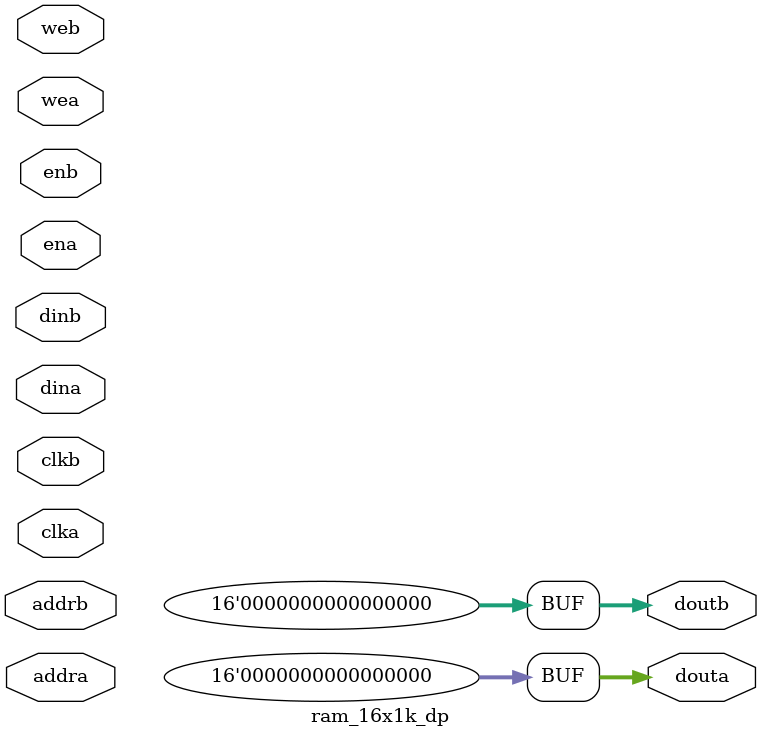
<source format=v>
module ram_16x1k_dp(	// file.cleaned.mlir:2:3
  input         clka,	// file.cleaned.mlir:2:30
                ena,	// file.cleaned.mlir:2:45
  input  [1:0]  wea,	// file.cleaned.mlir:2:59
  input  [9:0]  addra,	// file.cleaned.mlir:2:73
  input  [15:0] dina,	// file.cleaned.mlir:2:90
  input         clkb,	// file.cleaned.mlir:2:106
                enb,	// file.cleaned.mlir:2:121
  input  [1:0]  web,	// file.cleaned.mlir:2:135
  input  [9:0]  addrb,	// file.cleaned.mlir:2:149
  input  [15:0] dinb,	// file.cleaned.mlir:2:166
  output [15:0] douta,	// file.cleaned.mlir:2:183
                doutb	// file.cleaned.mlir:2:200
);

  assign douta = 16'h0;	// file.cleaned.mlir:3:15, :4:5
  assign doutb = 16'h0;	// file.cleaned.mlir:3:15, :4:5
endmodule


</source>
